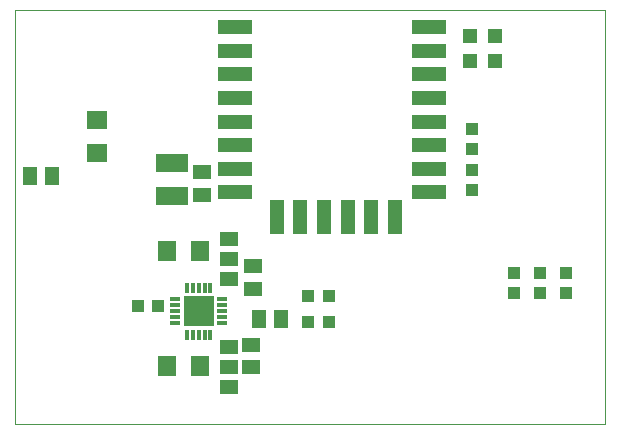
<source format=gtp>
G75*
%MOIN*%
%OFA0B0*%
%FSLAX25Y25*%
%IPPOS*%
%LPD*%
%AMOC8*
5,1,8,0,0,1.08239X$1,22.5*
%
%ADD10C,0.00000*%
%ADD11R,0.07087X0.06299*%
%ADD12R,0.05906X0.05118*%
%ADD13R,0.06299X0.07087*%
%ADD14R,0.04331X0.03937*%
%ADD15R,0.03937X0.04331*%
%ADD16R,0.10630X0.06299*%
%ADD17R,0.05118X0.05906*%
%ADD18R,0.04724X0.04724*%
%ADD19R,0.11811X0.04724*%
%ADD20R,0.04724X0.11811*%
%ADD21R,0.01200X0.03200*%
%ADD22R,0.03200X0.01200*%
%ADD23R,0.10200X0.10200*%
D10*
X0007000Y0020587D02*
X0007000Y0158383D01*
X0203850Y0158383D01*
X0203850Y0020587D01*
X0007000Y0020587D01*
D11*
X0034500Y0110701D03*
X0034500Y0121724D03*
D12*
X0069500Y0104328D03*
X0069500Y0096847D03*
X0078250Y0082280D03*
X0078250Y0075587D03*
X0078250Y0068894D03*
X0086375Y0065597D03*
X0086375Y0073078D03*
X0085750Y0046828D03*
X0085750Y0039347D03*
X0078250Y0039337D03*
X0078250Y0032644D03*
X0078250Y0046030D03*
D13*
X0068762Y0039962D03*
X0057738Y0039962D03*
X0057738Y0078087D03*
X0068762Y0078087D03*
D14*
X0104904Y0054337D03*
X0111596Y0054337D03*
X0159500Y0098491D03*
X0159500Y0105184D03*
X0159500Y0112241D03*
X0159500Y0118934D03*
X0173250Y0070809D03*
X0173250Y0064116D03*
X0182000Y0064116D03*
X0182000Y0070809D03*
D15*
X0190750Y0070809D03*
X0190750Y0064116D03*
X0111596Y0063087D03*
X0104904Y0063087D03*
X0054721Y0059962D03*
X0048029Y0059962D03*
D16*
X0059500Y0096326D03*
X0059500Y0107349D03*
D17*
X0019490Y0103087D03*
X0012010Y0103087D03*
X0088260Y0055587D03*
X0095740Y0055587D03*
D18*
X0158875Y0141454D03*
X0167000Y0141454D03*
X0167000Y0149721D03*
X0158875Y0149721D03*
D19*
X0145140Y0152797D03*
X0145140Y0144923D03*
X0145140Y0137049D03*
X0145140Y0129175D03*
X0145140Y0121301D03*
X0145140Y0113427D03*
X0145140Y0105553D03*
X0145140Y0097679D03*
X0080573Y0097679D03*
X0080573Y0105553D03*
X0080573Y0113427D03*
X0080573Y0121301D03*
X0080573Y0129175D03*
X0080573Y0137049D03*
X0080573Y0144923D03*
X0080573Y0152797D03*
D20*
X0094352Y0089411D03*
X0102226Y0089411D03*
X0110100Y0089411D03*
X0117974Y0089411D03*
X0125848Y0089411D03*
X0133722Y0089411D03*
D21*
X0072150Y0065887D03*
X0070250Y0065887D03*
X0068250Y0065887D03*
X0066250Y0065887D03*
X0064350Y0065887D03*
X0064350Y0050287D03*
X0066250Y0050287D03*
X0068250Y0050287D03*
X0070250Y0050287D03*
X0072150Y0050287D03*
D22*
X0076050Y0054187D03*
X0076050Y0056087D03*
X0076050Y0058087D03*
X0076050Y0060087D03*
X0076050Y0061987D03*
X0060450Y0061987D03*
X0060450Y0060087D03*
X0060450Y0058087D03*
X0060450Y0056087D03*
X0060450Y0054187D03*
D23*
X0068250Y0058087D03*
M02*

</source>
